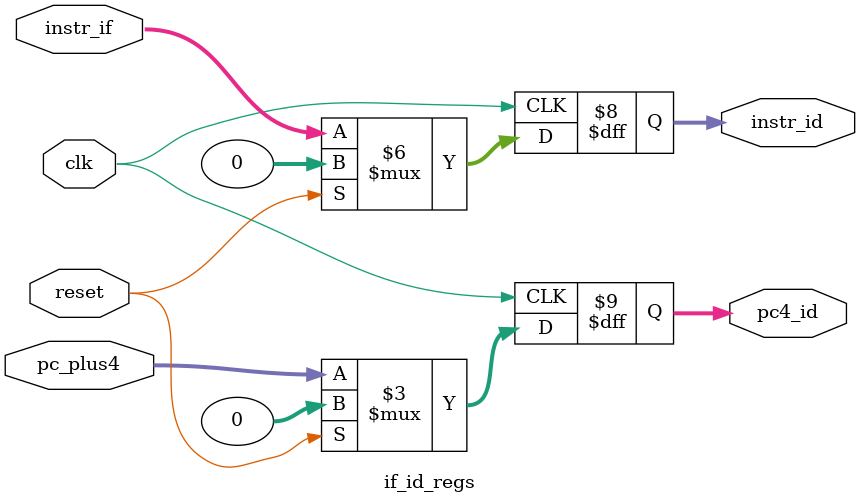
<source format=v>

module if_id_regs (
    input  wire        clk,        // system clock
    input  wire        reset,      // synchronous reset
    input  wire [31:0] instr_if,   // instruction from IMEM
    input  wire [31:0] pc_plus4,   // PC+4 from PC module
    output reg  [31:0] instr_id,   // latched instruction for ID stage
    output reg  [31:0] pc4_id      // latched PC+4 for ID stage
);

    always @(posedge clk) begin
        if (reset) begin
            instr_id <= 32'd0;
            pc4_id   <= 32'd0;
        end else begin
            instr_id <= instr_if;   // snapshot the fetched instruction
            pc4_id   <= pc_plus4;   // snapshot the next-PC value
        end
    end

endmodule

</source>
